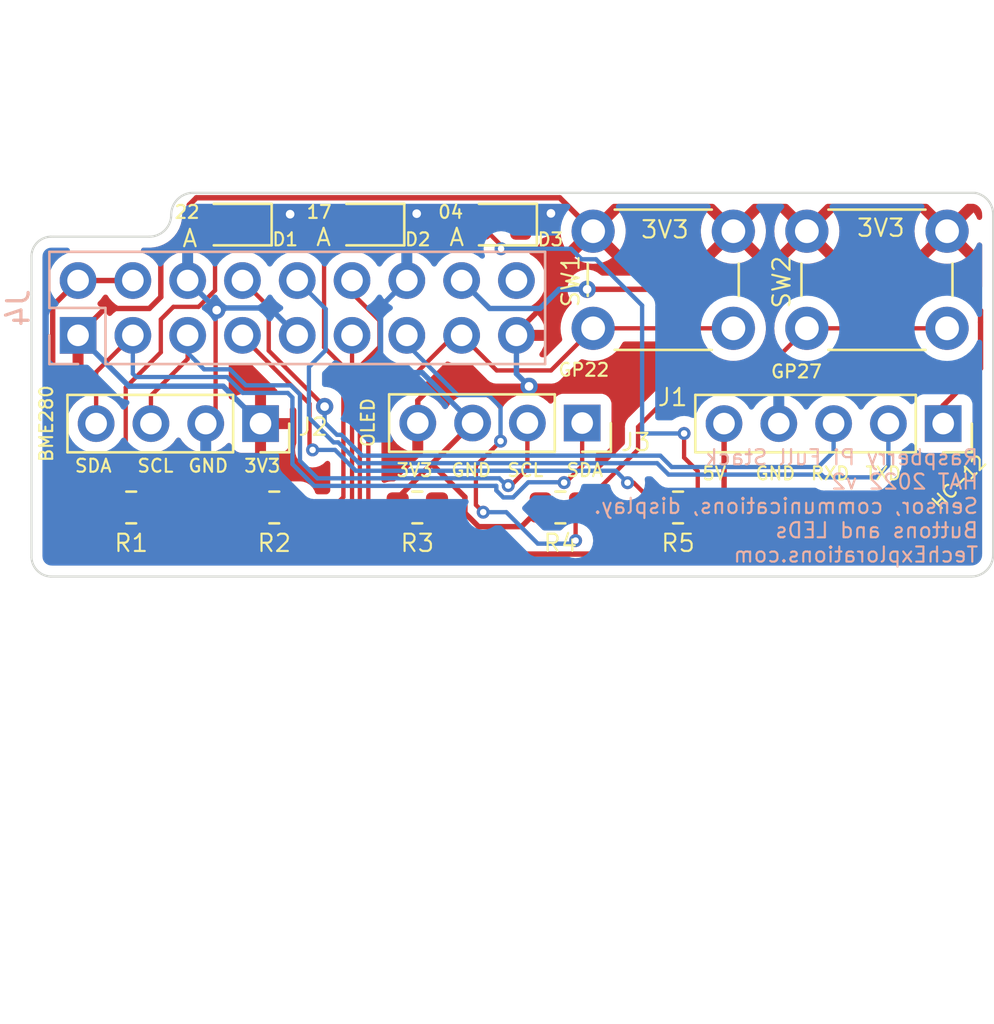
<source format=kicad_pcb>
(kicad_pcb (version 20211014) (generator pcbnew)
  (layers (0 "F.Cu" signal) (31 "B.Cu" signal) (34 "B.Paste" user) (35 "F.Paste" user) (36 "B.SilkS" user "B.Silkscreen") (37 "F.SilkS" user "F.Silkscreen") (38 "B.Mask" user) (39 "F.Mask" user) (44 "Edge.Cuts" user))
  (net 0 "")
  (net 1 "GND")
  (net 2 "Net-(D1-Pad2)")
  (net 3 "Net-(D2-Pad2)")
  (net 4 "Net-(D3-Pad2)")
  (net 5 "/HC12_SET")
  (net 6 "/HC12TX_RPIRX")
  (net 7 "/HC12RX_RPITX")
  (net 8 "/5V")
  (net 9 "/3V3")
  (net 10 "/SCL1")
  (net 11 "/SDA1")
  (net 12 "/led3_gpio04")
  (net 13 "/led2_gpio17")
  (net 14 "/led1_gpio18")
  (net 15 "/but1_gpio27")
  (net 16 "/but2_gpio22")
  (footprint "Button_Switch_THT:SW_PUSH_6mm_H4.3mm" (layer "F.Cu") (at 137.16 80.264)
    (fp_text reference "SW2" (at -1.1684 2.3622 90) (layer "F.SilkS") (effects (font (size 0.8 0.8) (thickness 0.1))))
    (fp_text value "SW_Push")
    (fp_line (start 5.5 -1) (end 1 -1) (layer "F.SilkS") (width 0.12))
    (fp_line (start -0.25 1.5) (end -0.25 3) (layer "F.SilkS") (width 0.12))
    (fp_line (start 1 5.5) (end 5.5 5.5) (layer "F.SilkS") (width 0.12))
    (fp_line (start 6.75 3) (end 6.75 1.5) (layer "F.SilkS") (width 0.12))
    (pad "1" thru_hole circle (at 6.5 0 90) (size 2 2) (drill 1.1) (layers *.Cu *.Mask) (net 9 "/3V3"))
    (pad "1" thru_hole circle (at 0 0 90) (size 2 2) (drill 1.1) (layers *.Cu *.Mask) (net 9 "/3V3"))
    (pad "2" thru_hole circle (at 0 4.5 90) (size 2 2) (drill 1.1) (layers *.Cu *.Mask) (net 15 "/but1_gpio27"))
    (pad "2" thru_hole circle (at 6.5 4.5 90) (size 2 2) (drill 1.1) (layers *.Cu *.Mask) (net 15 "/but1_gpio27"))
  )
  (footprint "LED_SMD:LED_0805_2012Metric" (layer "F.Cu") (at 110.6678 79.9592 180)
    (fp_text reference "D1" (at -2.3114 -0.6858) (layer "F.SilkS") (effects (font (size 0.6 0.6) (thickness 0.1))))
    (fp_text value "LED")
    (fp_line (start 1 -0.96) (end -1.685 -0.96) (layer "F.SilkS") (width 0.12))
    (fp_line (start -1.685 0.96) (end 1 0.96) (layer "F.SilkS") (width 0.12))
    (fp_line (start -1.685 -0.96) (end -1.685 0.96) (layer "F.SilkS") (width 0.12))
    (pad "1" smd roundrect (at -0.9375 0 180) (size 0.975 1.4) (layers "F.Cu" "F.Paste" "F.Mask") (net 1 "GND"))
    (pad "2" smd roundrect (at 0.9375 0 180) (size 0.975 1.4) (layers "F.Cu" "F.Paste" "F.Mask") (net 2 "Net-(D1-Pad2)"))
  )
  (footprint "Button_Switch_THT:SW_PUSH_6mm_H4.3mm" (layer "F.Cu") (at 127.254 80.264)
    (fp_text reference "SW1" (at -1.0414 2.3114 90) (layer "F.SilkS") (effects (font (size 0.8 0.8) (thickness 0.1))))
    (fp_text value "SW_Push")
    (fp_line (start -0.25 1.5) (end -0.25 3) (layer "F.SilkS") (width 0.12))
    (fp_line (start 6.75 3) (end 6.75 1.5) (layer "F.SilkS") (width 0.12))
    (fp_line (start 1 5.5) (end 5.5 5.5) (layer "F.SilkS") (width 0.12))
    (fp_line (start 5.5 -1) (end 1 -1) (layer "F.SilkS") (width 0.12))
    (pad "1" thru_hole circle locked (at 0 0 90) (size 2 2) (drill 1.1) (layers *.Cu *.Mask) (net 9 "/3V3"))
    (pad "1" thru_hole circle locked (at 6.5 0 90) (size 2 2) (drill 1.1) (layers *.Cu *.Mask) (net 9 "/3V3"))
    (pad "2" thru_hole circle locked (at 0 4.5 90) (size 2 2) (drill 1.1) (layers *.Cu *.Mask) (net 16 "/but2_gpio22"))
    (pad "2" thru_hole circle locked (at 6.5 4.5 90) (size 2 2) (drill 1.1) (layers *.Cu *.Mask) (net 16 "/but2_gpio22"))
  )
  (footprint "Resistor_SMD:R_0805_2012Metric" (layer "F.Cu") (at 131.191 93.0656 180)
    (fp_text reference "R5" (at 0 -1.65) (layer "F.SilkS") (effects (font (size 0.8 0.8) (thickness 0.1))))
    (fp_text value "R")
    (fp_line (start -0.227064 0.735) (end 0.227064 0.735) (layer "F.SilkS") (width 0.12))
    (fp_line (start -0.227064 -0.735) (end 0.227064 -0.735) (layer "F.SilkS") (width 0.12))
    (pad "1" smd roundrect (at -0.9125 0 180) (size 1.025 1.4) (layers "F.Cu" "F.Paste" "F.Mask") (roundrect_rratio 0.243902439) (net 4 "Net-(D3-Pad2)"))
    (pad "2" smd roundrect (at 0.9125 0 180) (size 1.025 1.4) (layers "F.Cu" "F.Paste" "F.Mask") (roundrect_rratio 0.243902439) (net 12 "/led3_gpio04"))
  )
  (footprint "Resistor_SMD:R_0805_2012Metric" (layer "F.Cu") (at 112.473326 93.0656 180)
    (fp_text reference "R2" (at 0 -1.65) (layer "F.SilkS") (effects (font (size 0.8 0.8) (thickness 0.1))))
    (fp_text value "R")
    (fp_line (start -0.227064 -0.735) (end 0.227064 -0.735) (layer "F.SilkS") (width 0.12))
    (fp_line (start -0.227064 0.735) (end 0.227064 0.735) (layer "F.SilkS") (width 0.12))
    (pad "1" smd roundrect (at -0.9125 0 180) (size 1.025 1.4) (layers "F.Cu" "F.Paste" "F.Mask") (roundrect_rratio 0.243902439) (net 3 "Net-(D2-Pad2)"))
    (pad "2" smd roundrect (at 0.9125 0 180) (size 1.025 1.4) (layers "F.Cu" "F.Paste" "F.Mask") (roundrect_rratio 0.243902439) (net 13 "/led2_gpio17"))
  )
  (footprint "Resistor_SMD:R_0805_2012Metric" (layer "F.Cu") (at 125.736378 93.0656 180)
    (fp_text reference "R4" (at 0 -1.65) (layer "F.SilkS") (effects (font (size 0.8 0.8) (thickness 0.1))))
    (fp_text value "R")
    (fp_line (start -0.227064 0.735) (end 0.227064 0.735) (layer "F.SilkS") (width 0.12))
    (fp_line (start -0.227064 -0.735) (end 0.227064 -0.735) (layer "F.SilkS") (width 0.12))
    (pad "1" smd roundrect (at -0.9125 0 180) (size 1.025 1.4) (layers "F.Cu" "F.Paste" "F.Mask") (roundrect_rratio 0.243902439) (net 15 "/but1_gpio27"))
    (pad "2" smd roundrect (at 0.9125 0 180) (size 1.025 1.4) (layers "F.Cu" "F.Paste" "F.Mask") (roundrect_rratio 0.243902439) (net 1 "GND"))
  )
  (footprint "Resistor_SMD:R_0805_2012Metric" (layer "F.Cu") (at 119.104852 93.0656 180)
    (fp_text reference "R3" (at 0 -1.65) (layer "F.SilkS") (effects (font (size 0.8 0.8) (thickness 0.1))))
    (fp_text value "R")
    (fp_line (start -0.227064 0.735) (end 0.227064 0.735) (layer "F.SilkS") (width 0.12))
    (fp_line (start -0.227064 -0.735) (end 0.227064 -0.735) (layer "F.SilkS") (width 0.12))
    (pad "1" smd roundrect (at -0.9125 0 180) (size 1.025 1.4) (layers "F.Cu" "F.Paste" "F.Mask") (roundrect_rratio 0.243902439) (net 16 "/but2_gpio22"))
    (pad "2" smd roundrect (at 0.9125 0 180) (size 1.025 1.4) (layers "F.Cu" "F.Paste" "F.Mask") (roundrect_rratio 0.243902439) (net 1 "GND"))
  )
  (footprint "Connector_PinSocket_2.54mm:PinSocket_1x05_P2.54mm_Vertical" (layer "F.Cu") (at 143.48 89.179 -90)
    (fp_text reference "J1" (at -1.2188 12.543) (layer "F.SilkS") (effects (font (size 0.8 0.8) (thickness 0.1))))
    (fp_text value "HC-12" (at 2.7182 -0.7412 -135) (layer "F.SilkS") (effects (font (size 0.6 0.6) (thickness 0.1))))
    (fp_line (start 0 -1.33) (end 1.33 -1.33) (layer "F.SilkS") (width 0.12))
    (fp_line (start -1.33 1.27) (end -1.33 11.49) (layer "F.SilkS") (width 0.12))
    (fp_line (start 1.33 -1.33) (end 1.33 0) (layer "F.SilkS") (width 0.12))
    (fp_line (start -1.33 11.49) (end 1.33 11.49) (layer "F.SilkS") (width 0.12))
    (fp_line (start 1.33 1.27) (end 1.33 11.49) (layer "F.SilkS") (width 0.12))
    (fp_line (start -1.33 1.27) (end 1.33 1.27) (layer "F.SilkS") (width 0.12))
    (pad "1" thru_hole rect locked (at 0 0 270) (size 1.7 1.7) (drill 1) (layers *.Cu *.Mask) (net 5 "/HC12_SET"))
    (pad "2" thru_hole oval locked (at 0 2.54 270) (size 1.7 1.7) (drill 1) (layers *.Cu *.Mask) (net 6 "/HC12TX_RPIRX"))
    (pad "3" thru_hole oval locked (at 0 5.08 270) (size 1.7 1.7) (drill 1) (layers *.Cu *.Mask) (net 7 "/HC12RX_RPITX"))
    (pad "4" thru_hole oval locked (at 0 7.62 270) (size 1.7 1.7) (drill 1) (layers *.Cu *.Mask) (net 1 "GND"))
    (pad "5" thru_hole oval locked (at 0 10.16 270) (size 1.7 1.7) (drill 1) (layers *.Cu *.Mask) (net 8 "/5V"))
  )
  (footprint "LED_SMD:LED_0805_2012Metric" (layer "F.Cu") (at 116.8146 79.9592 180)
    (fp_text reference "D2" (at -2.3114 -0.6858) (layer "F.SilkS") (effects (font (size 0.6 0.6) (thickness 0.1))))
    (fp_text value "LED")
    (fp_line (start -1.685 0.96) (end 1 0.96) (layer "F.SilkS") (width 0.12))
    (fp_line (start -1.685 -0.96) (end -1.685 0.96) (layer "F.SilkS") (width 0.12))
    (fp_line (start 1 -0.96) (end -1.685 -0.96) (layer "F.SilkS") (width 0.12))
    (pad "1" smd roundrect (at -0.9375 0 180) (size 0.975 1.4) (layers "F.Cu" "F.Paste" "F.Mask") (net 1 "GND"))
    (pad "2" smd roundrect (at 0.9375 0 180) (size 0.975 1.4) (layers "F.Cu" "F.Paste" "F.Mask") (net 3 "Net-(D2-Pad2)"))
  )
  (footprint "Resistor_SMD:R_0805_2012Metric" (layer "F.Cu") (at 105.8418 93.0656 180)
    (fp_text reference "R1" (at 0 -1.65) (layer "F.SilkS") (effects (font (size 0.8 0.8) (thickness 0.1))))
    (fp_text value "R")
    (fp_line (start -0.227064 -0.735) (end 0.227064 -0.735) (layer "F.SilkS") (width 0.12))
    (fp_line (start -0.227064 0.735) (end 0.227064 0.735) (layer "F.SilkS") (width 0.12))
    (pad "1" smd roundrect (at -0.9125 0 180) (size 1.025 1.4) (layers "F.Cu" "F.Paste" "F.Mask") (roundrect_rratio 0.243902439) (net 2 "Net-(D1-Pad2)"))
    (pad "2" smd roundrect (at 0.9125 0 180) (size 1.025 1.4) (layers "F.Cu" "F.Paste" "F.Mask") (roundrect_rratio 0.243902439) (net 14 "/led1_gpio18"))
  )
  (footprint "LED_SMD:LED_0805_2012Metric" (layer "F.Cu") (at 122.9614 79.9592 180)
    (fp_text reference "D3" (at -2.3114 -0.6858) (layer "F.SilkS") (effects (font (size 0.6 0.6) (thickness 0.1))))
    (fp_text value "LED")
    (fp_line (start -1.685 0.96) (end 1 0.96) (layer "F.SilkS") (width 0.12))
    (fp_line (start -1.685 -0.96) (end -1.685 0.96) (layer "F.SilkS") (width 0.12))
    (fp_line (start 1 -0.96) (end -1.685 -0.96) (layer "F.SilkS") (width 0.12))
    (pad "1" smd roundrect (at -0.9375 0 180) (size 0.975 1.4) (layers "F.Cu" "F.Paste" "F.Mask") (net 1 "GND"))
    (pad "2" smd roundrect (at 0.9375 0 180) (size 0.975 1.4) (layers "F.Cu" "F.Paste" "F.Mask") (net 4 "Net-(D3-Pad2)"))
  )
  (footprint "Connector_PinSocket_2.54mm:PinSocket_1x04_P2.54mm_Vertical" (layer "F.Cu") (at 126.746 89.154 -90)
    (fp_text reference "J3" (at 0.889 -2.4892) (layer "F.SilkS") (effects (font (size 0.8 0.8) (thickness 0.1))))
    (fp_text value "OLED" (at -0.0254 9.9314 90) (layer "F.SilkS") (effects (font (size 0.6 0.6) (thickness 0.1))))
    (fp_line (start 1.33 1.27) (end 1.33 8.95) (layer "F.SilkS") (width 0.12))
    (fp_line (start -1.33 8.95) (end 1.33 8.95) (layer "F.SilkS") (width 0.12))
    (fp_line (start -1.33 1.27) (end 1.33 1.27) (layer "F.SilkS") (width 0.12))
    (fp_line (start -1.33 1.27) (end -1.33 8.95) (layer "F.SilkS") (width 0.12))
    (fp_line (start 0 -1.33) (end 1.33 -1.33) (layer "F.SilkS") (width 0.12))
    (fp_line (start 1.33 -1.33) (end 1.33 0) (layer "F.SilkS") (width 0.12))
    (pad "1" thru_hole rect (at 0 0 270) (size 1.7 1.7) (drill 1) (layers *.Cu *.Mask) (net 11 "/SDA1"))
    (pad "2" thru_hole oval (at 0 2.54 270) (size 1.7 1.7) (drill 1) (layers *.Cu *.Mask) (net 10 "/SCL1"))
    (pad "3" thru_hole oval (at 0 5.08 270) (size 1.7 1.7) (drill 1) (layers *.Cu *.Mask) (net 1 "GND"))
    (pad "4" thru_hole oval (at 0 7.62 270) (size 1.7 1.7) (drill 1) (layers *.Cu *.Mask) (net 9 "/3V3"))
  )
  (footprint "Connector_PinSocket_2.54mm:PinSocket_1x04_P2.54mm_Vertical" (layer "F.Cu") (at 111.8362 89.1794 -90)
    (fp_text reference "J2" (at 0.1524 -2.4384) (layer "F.SilkS") (effects (font (size 0.8 0.8) (thickness 0.1))))
    (fp_text value "BME280" (at 0 9.9314 90) (layer "F.SilkS") (effects (font (size 0.6 0.6) (thickness 0.1))))
    (fp_line (start -1.33 1.27) (end -1.33 8.95) (layer "F.SilkS") (width 0.12))
    (fp_line (start -1.33 8.95) (end 1.33 8.95) (layer "F.SilkS") (width 0.12))
    (fp_line (start 1.33 1.27) (end 1.33 8.95) (layer "F.SilkS") (width 0.12))
    (fp_line (start 1.33 -1.33) (end 1.33 0) (layer "F.SilkS") (width 0.12))
    (fp_line (start -1.33 1.27) (end 1.33 1.27) (layer "F.SilkS") (width 0.12))
    (fp_line (start 0 -1.33) (end 1.33 -1.33) (layer "F.SilkS") (width 0.12))
    (pad "1" thru_hole rect locked (at 0 0 270) (size 1.7 1.7) (drill 1) (layers *.Cu *.Mask) (net 9 "/3V3"))
    (pad "2" thru_hole oval locked (at 0 2.54 270) (size 1.7 1.7) (drill 1) (layers *.Cu *.Mask) (net 1 "GND"))
    (pad "3" thru_hole oval locked (at 0 5.08 270) (size 1.7 1.7) (drill 1) (layers *.Cu *.Mask) (net 10 "/SCL1"))
    (pad "4" thru_hole oval locked (at 0 7.62 270) (size 1.7 1.7) (drill 1) (layers *.Cu *.Mask) (net 11 "/SDA1"))
  )
  (footprint "Connector_PinSocket_2.54mm:PinSocket_2x09_P2.54mm_Vertical" (layer "B.Cu") (at 103.378 85.09 -90)
    (fp_text reference "J4" (at -1.27 2.77 90) (layer "B.SilkS") (effects (justify mirror)))
    (fp_text value "Raspberry_Pi_2_3")
    (fp_line (start -1.27 1.33) (end -1.27 -1.27) (layer "B.SilkS") (width 0.12))
    (fp_line (start -1.27 -1.27) (end 1.33 -1.27) (layer "B.SilkS") (width 0.12))
    (fp_line (start 1.33 -1.27) (end 1.33 -21.65) (layer "B.SilkS") (width 0.12))
    (fp_line (start -3.87 -21.65) (end 1.33 -21.65) (layer "B.SilkS") (width 0.12))
    (fp_line (start 0 1.33) (end 1.33 1.33) (layer "B.SilkS") (width 0.12))
    (fp_line (start -3.87 1.33) (end -3.87 -21.65) (layer "B.SilkS") (width 0.12))
    (fp_line (start 1.33 1.33) (end 1.33 0) (layer "B.SilkS") (width 0.12))
    (fp_line (start -3.87 1.33) (end -1.27 1.33) (layer "B.SilkS") (width 0.12))
    (pad "1" thru_hole rect locked (at 0 0 270) (size 1.7 1.7) (drill 1) (layers *.Cu *.Mask) (net 9 "/3V3"))
    (pad "2" thru_hole oval locked (at -2.54 0 270) (size 1.7 1.7) (drill 1) (layers *.Cu *.Mask) (net 8 "/5V"))
    (pad "3" thru_hole oval locked (at 0 -2.54 270) (size 1.7 1.7) (drill 1) (layers *.Cu *.Mask) (net 11 "/SDA1"))
    (pad "4" thru_hole oval locked (at -2.54 -2.54 270) (size 1.7 1.7) (drill 1) (layers *.Cu *.Mask) (net 8 "/5V"))
    (pad "5" thru_hole oval locked (at 0 -5.08 270) (size 1.7 1.7) (drill 1) (layers *.Cu *.Mask) (net 10 "/SCL1"))
    (pad "6" thru_hole oval locked (at -2.54 -5.08 270) (size 1.7 1.7) (drill 1) (layers *.Cu *.Mask) (net 1 "GND"))
    (pad "7" thru_hole oval locked (at 0 -7.62 270) (size 1.7 1.7) (drill 1) (layers *.Cu *.Mask) (net 12 "/led3_gpio04"))
    (pad "8" thru_hole oval locked (at -2.54 -7.62 270) (size 1.7 1.7) (drill 1) (layers *.Cu *.Mask) (net 7 "/HC12RX_RPITX"))
    (pad "9" thru_hole oval locked (at 0 -10.16 270) (size 1.7 1.7) (drill 1) (layers *.Cu *.Mask) (net 1 "GND"))
    (pad "10" thru_hole oval locked (at -2.54 -10.16 270) (size 1.7 1.7) (drill 1) (layers *.Cu *.Mask) (net 6 "/HC12TX_RPIRX"))
    (pad "11" thru_hole oval locked (at 0 -12.7 270) (size 1.7 1.7) (drill 1) (layers *.Cu *.Mask) (net 13 "/led2_gpio17"))
    (pad "12" thru_hole oval locked (at -2.54 -12.7 270) (size 1.7 1.7) (drill 1) (layers *.Cu *.Mask) (net 14 "/led1_gpio18"))
    (pad "13" thru_hole oval locked (at 0 -15.24 270) (size 1.7 1.7) (drill 1) (layers *.Cu *.Mask) (net 15 "/but1_gpio27"))
    (pad "14" thru_hole oval locked (at -2.54 -15.24 270) (size 1.7 1.7) (drill 1) (layers *.Cu *.Mask) (net 1 "GND"))
    (pad "15" thru_hole oval locked (at 0 -17.78 270) (size 1.7 1.7) (drill 1) (layers *.Cu *.Mask) (net 16 "/but2_gpio22"))
    (pad "16" thru_hole oval locked (at -2.54 -17.78 270) (size 1.7 1.7) (drill 1) (layers *.Cu *.Mask) (net 5 "/HC12_SET"))
    (pad "17" thru_hole oval locked (at 0 -20.32 270) (size 1.7 1.7) (drill 1) (layers *.Cu *.Mask) (net 9 "/3V3"))
    (pad "18" thru_hole oval locked (at -2.54 -20.32 270) (size 1.7 1.7) (drill 1) (layers *.Cu *.Mask))
  )
  (gr_arc (start 102.108 96.266) (mid 101.491606 95.993393) (end 101.219 95.377) (layer "Edge.Cuts") (width 0.1))
  (gr_arc (start 101.219 81.407) (mid 101.487551 80.786551) (end 102.108 80.518) (layer "Edge.Cuts") (width 0.1))
  (gr_line (start 106.68 80.518) (end 102.108 80.518) (layer "Edge.Cuts") (width 0.1))
  (gr_line (start 102.108 96.266) (end 144.78 96.266) (layer "Edge.Cuts") (width 0.1))
  (gr_arc (start 107.696 79.502) (mid 107.99358 78.78358) (end 108.712 78.486) (layer "Edge.Cuts") (width 0.1))
  (gr_arc (start 107.696 79.502) (mid 107.39842 80.22042) (end 106.68 80.518) (layer "Edge.Cuts") (width 0.1))
  (gr_line (start 101.219 95.377) (end 101.219 81.407) (layer "Edge.Cuts") (width 0.1))
  (gr_arc (start 145.796 95.25) (mid 145.49842 95.96842) (end 144.78 96.266) (layer "Edge.Cuts") (width 0.1))
  (gr_line (start 144.95058 78.486) (end 108.712 78.486) (layer "Edge.Cuts") (width 0.1))
  (gr_line (start 145.796 79.502) (end 145.796 95.25) (layer "Edge.Cuts") (width 0.1))
  (gr_arc (start 144.95058 78.486) (mid 145.561729 78.837199) (end 145.796 79.502) (layer "Edge.Cuts") (width 0.1))
  (gr_text "Raspberry Pi Full Stack\nHAT 2022 v2\nSensor, communications, display.\nButtons and LEDs\nTechExplorations.com" (at 145.161 93.000071) (layer "B.SilkS") (effects (font (size 0.7 0.7) (thickness 0.1)) (justify left mirror)))
  (gr_text "A" (at 114.3508 80.5434) (layer "F.SilkS") (effects (font (size 0.8 0.8) (thickness 0.1)) (justify left)))
  (gr_text "3V3" (at 111.0234 91.1352) (layer "F.SilkS") (effects (font (size 0.6 0.6) (thickness 0.1)) (justify left)))
  (gr_text "17" (at 114.554 79.375) (layer "F.SilkS") (effects (font (size 0.6 0.6) (thickness 0.1))))
  (gr_text "3V3" (at 118.0846 91.3384) (layer "F.SilkS") (effects (font (size 0.6 0.6) (thickness 0.1)) (justify left)))
  (gr_text "SDA" (at 103.1748 91.1352) (layer "F.SilkS") (effects (font (size 0.6 0.6) (thickness 0.1)) (justify left)))
  (gr_text "GND" (at 134.7216 91.4908) (layer "F.SilkS") (effects (font (size 0.6 0.6) (thickness 0.1)) (justify left)))
  (gr_text "GP27" (at 136.6774 86.7664) (layer "F.SilkS") (effects (font (size 0.6 0.6) (thickness 0.1))))
  (gr_text "GND" (at 120.6246 91.3384) (layer "F.SilkS") (effects (font (size 0.6 0.6) (thickness 0.1)) (justify left)))
  (gr_text "22" (at 108.4326 79.375) (layer "F.SilkS") (effects (font (size 0.6 0.6) (thickness 0.1))))
  (gr_text "A" (at 108.1532 80.5942) (layer "F.SilkS") (effects (font (size 0.8 0.8) (thickness 0.1)) (justify left)))
  (gr_text "GP22" (at 126.8222 86.6902) (layer "F.SilkS") (effects (font (size 0.6 0.6) (thickness 0.1))))
  (gr_text "A" (at 120.523 80.5434) (layer "F.SilkS") (effects (font (size 0.8 0.8) (thickness 0.1)) (justify left)))
  (gr_text "GND" (at 108.4326 91.1352) (layer "F.SilkS") (effects (font (size 0.6 0.6) (thickness 0.1)) (justify left)))
  (gr_text "SCL" (at 106.0704 91.1352) (layer "F.SilkS") (effects (font (size 0.6 0.6) (thickness 0.1)) (justify left)))
  (gr_text "SDA" (at 125.9586 91.3384) (layer "F.SilkS") (effects (font (size 0.6 0.6) (thickness 0.1)) (justify left)))
  (gr_text "SCL" (at 123.2154 91.3384) (layer "F.SilkS") (effects (font (size 0.6 0.6) (thickness 0.1)) (justify left)))
  (gr_text "TXD" (at 139.827 91.4908) (layer "F.SilkS") (effects (font (size 0.6 0.6) (thickness 0.1)) (justify left)))
  (gr_text "3V3" (at 129.413 80.1878) (layer "F.SilkS") (effects (font (size 0.8 0.8) (thickness 0.1)) (justify left)))
  (gr_text "04" (at 120.65 79.375) (layer "F.SilkS") (effects (font (size 0.6 0.6) (thickness 0.1))))
  (gr_text "5V" (at 132.2578 91.4908) (layer "F.SilkS") (effects (font (size 0.6 0.6) (thickness 0.1)) (justify left)))
  (gr_text "3V3" (at 139.4206 80.1116) (layer "F.SilkS") (effects (font (size 0.8 0.8) (thickness 0.1)) (justify left)))
  (gr_text "RXD" (at 137.287 91.4908) (layer "F.SilkS") (effects (font (size 0.6 0.6) (thickness 0.1)) (justify left)))
  (segment (start 121.9454 93.9546) (end 123.934878 93.9546) (width 0.25) (layer "F.Cu") (net 1))
  (segment (start 109.7534 88.7222) (end 109.7534 83.971044) (width 0.2) (layer "F.Cu") (net 1))
  (segment (start 119.7864 91.0336) (end 119.7864 91.059) (width 0.25) (layer "F.Cu") (net 1))
  (segment (start 121.3104 92.583) (end 121.3104 93.3196) (width 0.25) (layer "F.Cu") (net 1))
  (segment (start 119.7864 91.0336) (end 118.192352 92.627648) (width 0.25) (layer "F.Cu") (net 1))
  (segment (start 111.6053 79.9846) (end 112.6998 79.9846) (width 0.25) (layer "F.Cu") (net 1))
  (segment (start 109.2962 89.1794) (end 109.7534 88.7222) (width 0.2) (layer "F.Cu") (net 1))
  (segment (start 121.3104 93.3196) (end 121.9454 93.9546) (width 0.25) (layer "F.Cu") (net 1))
  (segment (start 125.2982 79.4391) (end 124.7781 79.9592) (width 0.25) (layer "F.Cu") (net 1))
  (segment (start 118.5672 79.9592) (end 117.7521 79.9592) (width 0.25) (layer "F.Cu") (net 1))
  (segment (start 119.7864 91.059) (end 121.3104 92.583) (width 0.25) (layer "F.Cu") (net 1))
  (segment (start 112.6998 79.9846) (end 113.2078 79.4766) (width 0.25) (layer "F.Cu") (net 1))
  (segment (start 119.7864 91.0336) (end 121.666 89.154) (width 0.25) (layer "F.Cu") (net 1))
  (segment (start 109.7534 83.971044) (end 109.803522 83.920922) (width 0.2) (layer "F.Cu") (net 1))
  (segment (start 123.934878 93.9546) (end 124.823878 93.0656) (width 0.25) (layer "F.Cu") (net 1))
  (segment (start 119.0752 79.4512) (end 118.5672 79.9592) (width 0.25) (layer "F.Cu") (net 1))
  (segment (start 118.192352 92.627648) (end 118.192352 93.0656) (width 0.25) (layer "F.Cu") (net 1))
  (segment (start 124.7781 79.9592) (end 123.8989 79.9592) (width 0.25) (layer "F.Cu") (net 1))
  (via (at 113.2078 79.4766) (size 0.8) (drill 0.4) (layers "F.Cu" "B.Cu") (net 1))
  (via (at 125.2982 79.4391) (size 0.8) (drill 0.4) (layers "F.Cu" "B.Cu") (net 1))
  (via (at 109.803522 83.920922) (size 0.8) (drill 0.4) (layers "F.Cu" "B.Cu") (net 1))
  (via (at 119.0752 79.4512) (size 0.8) (drill 0.4) (layers "F.Cu" "B.Cu") (net 1))
  (segment (start 117.3988 86.1314) (end 117.3988 83.7692) (width 0.25) (layer "B.Cu") (net 1))
  (segment (start 118.0846 86.8172) (end 117.3988 86.1314) (width 0.25) (layer "B.Cu") (net 1))
  (segment (start 112.268 83.82) (end 109.7026 83.82) (width 0.25) (layer "B.Cu") (net 1))
  (segment (start 109.6264 83.7438) (end 109.6264 83.7184) (width 0.25) (layer "B.Cu") (net 1))
  (segment (start 117.3988 83.7692) (end 118.618 82.55) (width 0.25) (layer "B.Cu") (net 1))
  (segment (start 113.538 85.09) (end 112.268 83.82) (width 0.25) (layer "B.Cu") (net 1))
  (segment (start 119.3292 86.8172) (end 121.666 89.154) (width 0.25) (layer "B.Cu") (net 1))
  (segment (start 109.7026 83.82) (end 109.6264 83.7438) (width 0.25) (layer "B.Cu") (net 1))
  (segment (start 119.3292 86.8172) (end 118.0846 86.8172) (width 0.25) (layer "B.Cu") (net 1))
  (segment (start 109.6264 83.7184) (end 108.458 82.55) (width 0.25) (layer "B.Cu") (net 1))
  (segment (start 109.728 83.0072) (end 108.966 83.7692) (width 0.2) (layer "F.Cu") (net 2))
  (segment (start 105.5878 91.8991) (end 106.7543 93.0656) (width 0.2) (layer "F.Cu") (net 2))
  (segment (start 108.966 83.7692) (end 107.7976 83.7692) (width 0.2) (layer "F.Cu") (net 2))
  (segment (start 107.2134 84.3534) (end 107.2134 85.8774) (width 0.2) (layer "F.Cu") (net 2))
  (segment (start 109.7303 79.9846) (end 109.728 79.9869) (width 0.2) (layer "F.Cu") (net 2))
  (segment (start 105.5878 87.503) (end 105.5878 91.8991) (width 0.2) (layer "F.Cu") (net 2))
  (segment (start 107.2134 85.8774) (end 105.5878 87.503) (width 0.2) (layer "F.Cu") (net 2))
  (segment (start 107.7976 83.7692) (end 107.2134 84.3534) (width 0.2) (layer "F.Cu") (net 2))
  (segment (start 109.728 79.9869) (end 109.728 83.0072) (width 0.2) (layer "F.Cu") (net 2))
  (segment (start 115.678 86.5378) (end 115.678 92.583) (width 0.2) (layer "F.Cu") (net 3))
  (segment (start 115.1954 93.0656) (end 113.385826 93.0656) (width 0.2) (layer "F.Cu") (net 3))
  (segment (start 114.7826 85.6424) (end 115.678 86.5378) (width 0.2) (layer "F.Cu") (net 3))
  (segment (start 114.7826 81.0537) (end 114.7826 85.6424) (width 0.2) (layer "F.Cu") (net 3))
  (segment (start 115.678 92.583) (end 115.1954 93.0656) (width 0.2) (layer "F.Cu") (net 3))
  (segment (start 115.8771 79.9592) (end 114.7826 81.0537) (width 0.2) (layer "F.Cu") (net 3))
  (segment (start 131.4704 90.7542) (end 131.4704 89.6366) (width 0.2) (layer "F.Cu") (net 4))
  (segment (start 122.9868 80.9221) (end 122.0239 79.9592) (width 0.2) (layer "F.Cu") (net 4))
  (segment (start 132.1035 91.3873) (end 131.4704 90.7542) (width 0.2) (layer "F.Cu") (net 4))
  (segment (start 132.1035 93.0656) (end 132.1035 91.3873) (width 0.2) (layer "F.Cu") (net 4))
  (segment (start 122.9868 81.0768) (end 122.9868 80.9221) (width 0.2) (layer "F.Cu") (net 4))
  (via (at 122.9868 81.0768) (size 0.6) (drill 0.3) (layers "F.Cu" "B.Cu") (net 4))
  (via (at 131.4704 89.6366) (size 0.6) (drill 0.3) (layers "F.Cu" "B.Cu") (net 4))
  (segment (start 131.4704 89.6366) (end 129.524445 89.6366) (width 0.2) (layer "B.Cu") (net 4))
  (segment (start 126.715522 81.564) (end 126.228322 81.0768) (width 0.2) (layer "B.Cu") (net 4))
  (segment (start 126.228322 81.0768) (end 122.9868 81.0768) (width 0.2) (layer "B.Cu") (net 4))
  (segment (start 129.524445 83.702845) (end 127.3856 81.564) (width 0.2) (layer "B.Cu") (net 4))
  (segment (start 129.524445 89.6366) (end 129.524445 83.702845) (width 0.2) (layer "B.Cu") (net 4))
  (segment (start 127.3856 81.564) (end 126.715522 81.564) (width 0.2) (layer "B.Cu") (net 4))
  (segment (start 145.2118 86.614) (end 145.2118 84.4804) (width 0.25) (layer "F.Cu") (net 5))
  (segment (start 144.5514 87.2744) (end 145.2118 86.614) (width 0.25) (layer "F.Cu") (net 5))
  (segment (start 144.2212 82.9564) (end 127.0762 82.9564) (width 0.25) (layer "F.Cu") (net 5))
  (segment (start 145.2118 84.4804) (end 145.2118 83.947) (width 0.25) (layer "F.Cu") (net 5))
  (segment (start 143.48 89.179) (end 143.48 88.3458) (width 0.25) (layer "F.Cu") (net 5))
  (segment (start 127.0762 82.9564) (end 126.9746 82.9564) (width 0.25) (layer "F.Cu") (net 5))
  (segment (start 144.2974 83.0326) (end 144.2212 82.9564) (width 0.25) (layer "F.Cu") (net 5))
  (segment (start 143.48 88.3458) (end 144.5514 87.2744) (width 0.25) (layer "F.Cu") (net 5))
  (segment (start 145.2118 83.947) (end 144.2974 83.0326) (width 0.25) (layer "F.Cu") (net 5))
  (via (at 126.9746 82.9564) (size 0.8) (drill 0.4) (layers "F.Cu" "B.Cu") (net 5))
  (segment (start 125.6792 82.9564) (end 124.7902 83.8454) (width 0.25) (layer "B.Cu") (net 5))
  (segment (start 126.9746 82.9564) (end 125.6792 82.9564) (width 0.25) (layer "B.Cu") (net 5))
  (segment (start 122.4534 83.8454) (end 121.158 82.55) (width 0.25) (layer "B.Cu") (net 5))
  (segment (start 124.7902 83.8454) (end 122.4534 83.8454) (width 0.25) (layer "B.Cu") (net 5))
  (segment (start 140.3858 91.6686) (end 137.959774 91.6686) (width 0.2) (layer "B.Cu") (net 6))
  (segment (start 115.434922 90.0486) (end 115.22 90.0486) (width 0.2) (layer "B.Cu") (net 6))
  (segment (start 140.94 91.1144) (end 140.3858 91.6686) (width 0.2) (layer "B.Cu") (net 6))
  (segment (start 137.832774 91.5416) (end 130.749618 91.5416) (width 0.2) (layer "B.Cu") (net 6))
  (segment (start 114.8588 83.8708) (end 113.538 82.55) (width 0.2) (layer "B.Cu") (net 6))
  (segment (start 114.8588 85.7758) (end 114.8588 83.8708) (width 0.2) (layer "B.Cu") (net 6))
  (segment (start 115.22 90.0486) (end 114.078956 88.907556) (width 0.2) (layer "B.Cu") (net 6))
  (segment (start 114.078956 86.555644) (end 114.8588 85.7758) (width 0.2) (layer "B.Cu") (net 6))
  (segment (start 130.221818 91.0138) (end 116.400122 91.0138) (width 0.2) (layer "B.Cu") (net 6))
  (segment (start 116.400122 91.0138) (end 115.434922 90.0486) (width 0.2) (layer "B.Cu") (net 6))
  (segment (start 114.078956 88.907556) (end 114.078956 86.555644) (width 0.2) (layer "B.Cu") (net 6))
  (segment (start 140.94 89.179) (end 140.94 91.1144) (width 0.2) (layer "B.Cu") (net 6))
  (segment (start 137.959774 91.6686) (end 137.86813 91.576956) (width 0.2) (layer "B.Cu") (net 6))
  (segment (start 130.749618 91.5416) (end 130.221818 91.0138) (width 0.2) (layer "B.Cu") (net 6))
  (segment (start 110.998 82.55) (end 112.2172 83.7692) (width 0.2) (layer "F.Cu") (net 7))
  (segment (start 112.2172 83.7692) (end 112.2172 84.2518) (width 0.2) (layer "F.Cu") (net 7))
  (segment (start 112.2172 84.2518) (end 112.2172 85.8012) (width 0.2) (layer "F.Cu") (net 7))
  (segment (start 112.2172 85.8012) (end 114.808 88.392) (width 0.2) (layer "F.Cu") (net 7))
  (via (at 114.808 88.392) (size 0.8) (drill 0.4) (layers "F.Cu" "B.Cu") (net 7))
  (segment (start 114.808 89.070914) (end 114.812976 89.07589) (width 0.2) (layer "B.Cu") (net 7))
  (segment (start 116.545096 90.6638) (end 130.366793 90.6638) (width 0.2) (layer "B.Cu") (net 7))
  (segment (start 115.579896 89.6986) (end 116.545096 90.6638) (width 0.2) (layer "B.Cu") (net 7))
  (segment (start 130.894593 91.1916) (end 137.6878 91.1916) (width 0.2) (layer "B.Cu") (net 7))
  (segment (start 138.4 90.4794) (end 138.4 89.179) (width 0.2) (layer "B.Cu") (net 7))
  (segment (start 114.784133 89.104733) (end 115.378 89.6986) (width 0.2) (layer "B.Cu") (net 7))
  (segment (start 130.366793 90.6638) (end 130.894593 91.1916) (width 0.2) (layer "B.Cu") (net 7))
  (segment (start 115.378 89.6986) (end 115.579896 89.6986) (width 0.2) (layer "B.Cu") (net 7))
  (segment (start 137.6878 91.1916) (end 138.4 90.4794) (width 0.2) (layer "B.Cu") (net 7))
  (segment (start 114.808 88.392) (end 114.808 89.070914) (width 0.2) (layer "B.Cu") (net 7))
  (segment (start 104.9787 95.2251) (end 132.4097 95.2251) (width 0.25) (layer "F.Cu") (net 8))
  (segment (start 103.378 82.55) (end 102.203 83.725) (width 0.25) (layer "F.Cu") (net 8))
  (segment (start 133.3246 94.3102) (end 133.3246 89.1836) (width 0.25) (layer "F.Cu") (net 8))
  (segment (start 132.4097 95.2251) (end 133.3246 94.3102) (width 0.25) (layer "F.Cu") (net 8))
  (segment (start 133.3246 89.1836) (end 133.32 89.179) (width 0.25) (layer "F.Cu") (net 8))
  (segment (start 105.918 82.55) (end 103.378 82.55) (width 0.25) (layer "F.Cu") (net 8))
  (segment (start 102.203 92.4494) (end 104.9787 95.2251) (width 0.25) (layer "F.Cu") (net 8))
  (segment (start 102.203 83.725) (end 102.203 92.4494) (width 0.25) (layer "F.Cu") (net 8))
  (segment (start 125.6538 83.0072) (end 125.6538 81.6102) (width 0.25) (layer "F.Cu") (net 9))
  (segment (start 125.7046 78.7146) (end 127.254 80.264) (width 0.25) (layer "F.Cu") (net 9))
  (segment (start 119.7864 87.4522) (end 124.2822 87.4522) (width 0.25) (layer "F.Cu") (net 9))
  (segment (start 107.2134 83.312) (end 107.2134 81.6864) (width 0.25) (layer "F.Cu") (net 9))
  (segment (start 123.698 84.963) (end 125.6538 83.0072) (width 0.25) (layer "F.Cu") (net 9))
  (segment (start 106.68 83.8454) (end 107.2134 83.312) (width 0.25) (layer "F.Cu") (net 9))
  (segment (start 119.126 89.154) (end 119.126 88.1126) (width 0.25) (layer "F.Cu") (net 9))
  (segment (start 108.5342 79.0448) (end 108.8644 78.7146) (width 0.25) (layer "F.Cu") (net 9))
  (segment (start 104.6226 83.8454) (end 106.68 83.8454) (width 0.25) (layer "F.Cu") (net 9))
  (segment (start 108.8644 78.7146) (end 125.7046 78.7146) (width 0.25) (layer "F.Cu") (net 9))
  (segment (start 123.698 85.09) (end 123.698 84.963) (width 0.25) (layer "F.Cu") (net 9))
  (segment (start 103.378 85.09) (end 104.6226 83.8454) (width 0.25) (layer "F.Cu") (net 9))
  (segment (start 119.126 88.1126) (end 119.7864 87.4522) (width 0.25) (layer "F.Cu") (net 9))
  (segment (start 125.6538 81.6102) (end 127 80.264) (width 0.25) (layer "F.Cu") (net 9))
  (segment (start 108.5342 80.3656) (end 108.5342 79.0448) (width 0.25) (layer "F.Cu") (net 9))
  (segment (start 107.2134 81.6864) (end 108.5342 80.3656) (width 0.25) (layer "F.Cu") (net 9))
  (segment (start 127 80.264) (end 127.254 80.264) (width 0.25) (layer "F.Cu") (net 9))
  (via (at 124.2822 87.4522) (size 0.8) (drill 0.4) (layers "F.Cu" "B.Cu") (net 9))
  (segment (start 124.2822 87.4522) (end 123.698 86.868) (width 0.25) (layer "B.Cu") (net 9))
  (segment (start 110.1022 87.4454) (end 111.8362 89.1794) (width 0.25) (layer "B.Cu") (net 9))
  (segment (start 123.698 86.868) (end 123.698 85.09) (width 0.25) (layer "B.Cu") (net 9))
  (segment (start 105.7334 87.4454) (end 110.1022 87.4454) (width 0.25) (layer "B.Cu") (net 9))
  (segment (start 103.378 85.09) (end 105.7334 87.4454) (width 0.25) (layer "B.Cu") (net 9))
  (segment (start 106.7562 89.1794) (end 106.7562 87.884) (width 0.2) (layer "F.Cu") (net 10))
  (segment (start 124.206 89.154) (end 124.206 91.2876) (width 0.2) (layer "F.Cu") (net 10))
  (segment (start 106.7562 87.884) (end 108.458 86.1822) (width 0.2) (layer "F.Cu") (net 10))
  (segment (start 124.206 91.2876) (end 123.444 92.0496) (width 0.2) (layer "F.Cu") (net 10))
  (segment (start 123.444 92.0496) (end 123.317 92.0496) (width 0.2) (layer "F.Cu") (net 10))
  (segment (start 108.458 86.1822) (end 108.458 85.09) (width 0.2) (layer "F.Cu") (net 10))
  (via (at 123.317 92.0496) (size 0.6) (drill 0.3) (layers "F.Cu" "B.Cu") (net 10))
  (segment (start 108.458 85.9028) (end 109.22 86.6648) (width 0.2) (layer "B.Cu") (net 10))
  (segment (start 110.417614 86.6648) (end 111.159814 87.407) (width 0.2) (layer "B.Cu") (net 10))
  (segment (start 113.665 90.9066) (end 114.4722 91.7138) (width 0.2) (layer "B.Cu") (net 10))
  (segment (start 111.159814 87.407) (end 113.243583 87.407) (width 0.2) (layer "B.Cu") (net 10))
  (segment (start 114.4722 91.7138) (end 122.905 91.7138) (width 0.2) (layer "B.Cu") (net 10))
  (segment (start 108.458 85.09) (end 108.458 85.9028) (width 0.2) (layer "B.Cu") (net 10))
  (segment (start 109.22 86.6648) (end 110.417614 86.6648) (width 0.2) (layer "B.Cu") (net 10))
  (segment (start 122.905 91.7138) (end 123.2154 92.0242) (width 0.2) (layer "B.Cu") (net 10))
  (segment (start 113.665 87.828417) (end 113.665 90.9066) (width 0.2) (layer "B.Cu") (net 10))
  (segment (start 113.243583 87.407) (end 113.665 87.828417) (width 0.2) (layer "B.Cu") (net 10))
  (segment (start 126.746 91.1425) (end 126.746 89.154) (width 0.2) (layer "F.Cu") (net 11))
  (segment (start 125.9752 91.9133) (end 126.746 91.1425) (width 0.2) (layer "F.Cu") (net 11))
  (segment (start 104.2162 86.7918) (end 104.2162 89.1794) (width 0.2) (layer "F.Cu") (net 11))
  (segment (start 105.918 85.09) (end 104.2162 86.7918) (width 0.2) (layer "F.Cu") (net 11))
  (via (at 125.9078 91.9133) (size 0.6) (drill 0.3) (layers "F.Cu" "B.Cu") (net 11))
  (segment (start 110.27824 87.0204) (end 111.01484 87.757) (width 0.2) (layer "B.Cu") (net 11))
  (segment (start 122.760026 92.0638) (end 122.767 92.070774) (width 0.2) (layer "B.Cu") (net 11))
  (segment (start 122.767 92.277418) (end 123.089182 92.5996) (width 0.2) (layer "B.Cu") (net 11))
  (segment (start 113.315 87.973392) (end 113.315 91.051574) (width 0.2) (layer "B.Cu") (net 11))
  (segment (start 124.247218 91.8972) (end 125.8062 91.8972) (width 0.2) (layer "B.Cu") (net 11))
  (segment (start 105.918 86.868) (end 106.0704 87.0204) (width 0.2) (layer "B.Cu") (net 11))
  (segment (start 123.089182 92.5996) (end 123.544818 92.5996) (width 0.2) (layer "B.Cu") (net 11))
  (segment (start 114.327226 92.0638) (end 122.760026 92.0638) (width 0.2) (layer "B.Cu") (net 11))
  (segment (start 122.767 92.070774) (end 122.767 92.277418) (width 0.2) (layer "B.Cu") (net 11))
  (segment (start 123.544818 92.5996) (end 124.247218 91.8972) (width 0.2) (layer "B.Cu") (net 11))
  (segment (start 106.0704 87.0204) (end 110.27824 87.0204) (width 0.2) (layer "B.Cu") (net 11))
  (segment (start 113.315 91.051574) (end 114.327226 92.0638) (width 0.2) (layer "B.Cu") (net 11))
  (segment (start 105.918 85.09) (end 105.918 86.868) (width 0.2) (layer "B.Cu") (net 11))
  (segment (start 113.098608 87.757) (end 113.315 87.973392) (width 0.2) (layer "B.Cu") (net 11))
  (segment (start 111.01484 87.757) (end 113.098608 87.757) (width 0.2) (layer "B.Cu") (net 11))
  (segment (start 129.130356 91.917456) (end 130.2785 93.0656) (width 0.2) (layer "F.Cu") (net 12))
  (segment (start 128.849056 91.917456) (end 129.130356 91.917456) (width 0.2) (layer "F.Cu") (net 12))
  (segment (start 110.998 85.147686) (end 114.108 88.257686) (width 0.2) (layer "F.Cu") (net 12))
  (segment (start 114.108 90.2574) (end 114.2492 90.3986) (width 0.2) (layer "F.Cu") (net 12))
  (segment (start 110.998 85.09) (end 110.998 85.147686) (width 0.2) (layer "F.Cu") (net 12))
  (segment (start 114.108 88.257686) (end 114.108 90.2574) (width 0.2) (layer "F.Cu") (net 12))
  (via (at 114.2492 90.3986) (size 0.6) (drill 0.3) (layers "F.Cu" "B.Cu") (net 12))
  (via (at 128.849056 91.917456) (size 0.6) (drill 0.3) (layers "F.Cu" "B.Cu") (net 12))
  (segment (start 128.849056 91.917456) (end 128.2954 91.3638) (width 0.2) (layer "B.Cu") (net 12))
  (segment (start 115.289948 90.3986) (end 114.2492 90.3986) (width 0.2) (layer "B.Cu") (net 12))
  (segment (start 116.255148 91.3638) (end 115.289948 90.3986) (width 0.2) (layer "B.Cu") (net 12))
  (segment (start 128.2954 91.3638) (end 116.255148 91.3638) (width 0.2) (layer "B.Cu") (net 12))
  (segment (start 111.7346 93.0656) (end 111.560826 93.0656) (width 0.2) (layer "F.Cu") (net 13))
  (segment (start 114.434426 94.392) (end 113.061 94.392) (width 0.2) (layer "F.Cu") (net 13))
  (segment (start 116.078 85.09) (end 116.078 92.748426) (width 0.2) (layer "F.Cu") (net 13))
  (segment (start 116.078 92.748426) (end 114.434426 94.392) (width 0.2) (layer "F.Cu") (net 13))
  (segment (start 113.061 94.392) (end 111.7346 93.0656) (width 0.2) (layer "F.Cu") (net 13))
  (segment (start 105.7656 94.742) (end 114.5794 94.742) (width 0.2) (layer "F.Cu") (net 14))
  (segment (start 116.4392 86.5322) (end 117.348 85.6234) (width 0.2) (layer "F.Cu") (net 14))
  (segment (start 116.4392 92.8822) (end 116.4392 86.5322) (width 0.2) (layer "F.Cu") (net 14))
  (segment (start 104.9293 93.9057) (end 105.7656 94.742) (width 0.2) (layer "F.Cu") (net 14))
  (segment (start 114.5794 94.742) (end 116.4392 92.8822) (width 0.2) (layer "F.Cu") (net 14))
  (segment (start 116.078 83.1342) (end 116.078 82.55) (width 0.2) (layer "F.Cu") (net 14))
  (segment (start 117.348 84.4042) (end 116.078 83.1342) (width 0.2) (layer "F.Cu") (net 14))
  (segment (start 117.348 85.6234) (end 117.348 84.4042) (width 0.2) (layer "F.Cu") (net 14))
  (segment (start 104.9293 93.0656) (end 104.9293 93.9057) (width 0.2) (layer "F.Cu") (net 14))
  (segment (start 126.648878 93.0656) (end 129.3368 90.377678) (width 0.2) (layer "F.Cu") (net 15))
  (segment (start 121.8184 92.944422) (end 121.8184 91.1352) (width 0.2) (layer "F.Cu") (net 15))
  (segment (start 126.4412 94.6001) (end 126.4412 93.273278) (width 0.2) (layer "F.Cu") (net 15))
  (segment (start 131.5212 87.1474) (end 134.7766 87.1474) (width 0.2) (layer "F.Cu") (net 15))
  (segment (start 134.7766 87.1474) (end 137.16 84.764) (width 0.2) (layer "F.Cu") (net 15))
  (segment (start 126.4412 93.273278) (end 126.648878 93.0656) (width 0.2) (layer "F.Cu") (net 15))
  (segment (start 129.3368 89.3318) (end 131.5212 87.1474) (width 0.2) (layer "F.Cu") (net 15))
  (segment (start 122.158389 93.284411) (end 121.8184 92.944422) (width 0.2) (layer "F.Cu") (net 15))
  (segment (start 129.3368 90.377678) (end 129.3368 89.3318) (width 0.2) (layer "F.Cu") (net 15))
  (segment (start 143.66 84.764) (end 137.16 84.764) (width 0.2) (layer "F.Cu") (net 15))
  (segment (start 121.8184 91.1352) (end 122.9614 89.9922) (width 0.2) (layer "F.Cu") (net 15))
  (via (at 126.4412 94.6001) (size 0.6) (drill 0.3) (layers "F.Cu" "B.Cu") (net 15))
  (via (at 122.158389 93.284411) (size 0.6) (drill 0.3) (layers "F.Cu" "B.Cu") (net 15))
  (via (at 122.9614 89.9922) (size 0.6) (drill 0.3) (layers "F.Cu" "B.Cu") (net 15))
  (segment (start 122.158389 93.284411) (end 123.231011 93.284411) (width 0.2) (layer "B.Cu") (net 15))
  (segment (start 126.2993 94.742) (end 126.4412 94.6001) (width 0.2) (layer "B.Cu") (net 15))
  (segment (start 122.9614 88.4174) (end 122.4026 87.8586) (width 0.2) (layer "B.Cu") (net 15))
  (segment (start 118.618 85.50496) (end 118.618 85.09) (width 0.2) (layer "B.Cu") (net 15))
  (segment (start 120.97164 87.8586) (end 118.618 85.50496) (width 0.2) (layer "B.Cu") (net 15))
  (segment (start 122.9614 89.9922) (end 122.9614 88.4174) (width 0.2) (layer "B.Cu") (net 15))
  (segment (start 123.231011 93.284411) (end 124.6886 94.742) (width 0.2) (layer "B.Cu") (net 15))
  (segment (start 124.6886 94.742) (end 126.2993 94.742) (width 0.2) (layer "B.Cu") (net 15))
  (segment (start 122.4026 87.8586) (end 120.97164 87.8586) (width 0.2) (layer "B.Cu") (net 15))
  (segment (start 125.3024 86.7156) (end 122.7836 86.7156) (width 0.2) (layer "F.Cu") (net 16))
  (segment (start 120.017352 93.0656) (end 120.017352 93.850648) (width 0.2) (layer "F.Cu") (net 16))
  (segment (start 133.754 84.764) (end 127.254 84.764) (width 0.2) (layer "F.Cu") (net 16))
  (segment (start 122.7836 86.7156) (end 121.158 85.09) (width 0.2) (layer "F.Cu") (net 16))
  (segment (start 120.8024 85.09) (end 121.158 85.09) (width 0.2) (layer "F.Cu") (net 16))
  (segment (start 116.8334 89.059) (end 120.8024 85.09) (width 0.2) (layer "F.Cu") (net 16))
  (segment (start 116.8334 93.7006) (end 116.8334 89.059) (width 0.2) (layer "F.Cu") (net 16))
  (segment (start 119.6848 94.1832) (end 117.316 94.1832) (width 0.2) (layer "F.Cu") (net 16))
  (segment (start 120.017352 93.850648) (end 119.6848 94.1832) (width 0.2) (layer "F.Cu") (net 16))
  (segment (start 127.254 84.764) (end 125.3024 86.7156) (width 0.2) (layer "F.Cu") (net 16))
  (segment (start 117.316 94.1832) (end 116.8334 93.7006) (width 0.2) (layer "F.Cu") (net 16))
  (zone (net 9) (net_name "/3V3") (layer "F.Cu") (connect_pads (clearance 0.508)) (min_thickness 0.254) (fill yes (thermal_gap 0.508) (thermal_bridge_width 0.508))
    (polygon (pts (xy 145.6436 79.2734) (xy 145.669 95.3262) (xy 144.9578 96.0374) (xy 102.108 96.0374) (xy 101.5238 95.1738) (xy 101.5746 81.3054) (xy 101.5746 81.2546) (xy 102.0826 80.6704) (xy 102.489 80.6704) (xy 106.0958 80.6958) (xy 107.1372 80.6704) (xy 107.7468 80.1116) (xy 107.8992 79.2734) (xy 108.6612 78.5876) (xy 145.0086 78.5876)))
  )
  (zone (net 1) (net_name "GND") (layer "B.Cu") (connect_pads (clearance 0.508)) (min_thickness 0.254) (fill yes (thermal_gap 0.508) (thermal_bridge_width 0.508))
    (polygon (pts (xy 145.6436 79.2988) (xy 145.669 95.3516) (xy 144.9578 96.0628) (xy 102.108 96.0628) (xy 101.5238 95.1992) (xy 101.5746 81.3308) (xy 101.5746 81.28) (xy 102.0826 80.6958) (xy 102.489 80.6958) (xy 106.0958 80.7212) (xy 107.1372 80.6958) (xy 107.7468 80.137) (xy 107.8992 79.2988) (xy 108.6612 78.613) (xy 145.0086 78.613)))
  )
)
</source>
